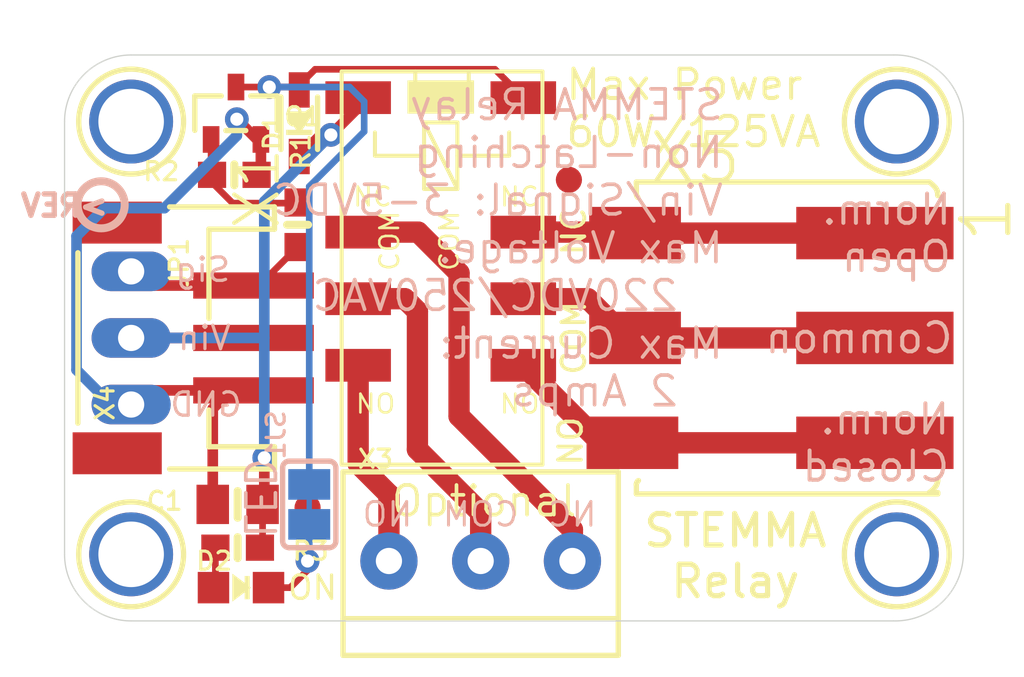
<source format=kicad_pcb>
(kicad_pcb (version 20211014) (generator pcbnew)
  (layers (0 "F.Cu" signal) (1 "In1.Cu" signal) (2 "In2.Cu" signal) (3 "In3.Cu" signal) (4 "In4.Cu" signal) (5 "In5.Cu" signal) (6 "In6.Cu" signal) (7 "In7.Cu" signal) (8 "In8.Cu" signal) (9 "In9.Cu" signal) (10 "In10.Cu" signal) (11 "In11.Cu" signal) (12 "In12.Cu" signal) (13 "In13.Cu" signal) (14 "In14.Cu" signal) (31 "B.Cu" signal) (34 "B.Paste" user) (35 "F.Paste" user) (36 "B.SilkS" user "B.Silkscreen") (37 "F.SilkS" user "F.Silkscreen") (38 "B.Mask" user) (39 "F.Mask" user) (44 "Edge.Cuts" user))
  (net 0 "")
  (net 1 "GND")
  (net 2 "N$1")
  (net 3 "N$22")
  (net 4 "COM")
  (net 5 "NO")
  (net 6 "SIGNAL")
  (net 7 "N$26")
  (net 8 "NC")
  (net 9 "N$25")
  (net 10 "VIN")
  (net 11 "N$2")
  (net 12 "N$3")
  (net 13 "N$4")
  (footprint "boardEagle:FIDUCIAL_1MM" (layer "F.Cu") (at 140.6271 111.4806)
    (fp_text reference "FID2" hide)
    (fp_text value "FIDUCIAL_1MM" hide)
    (pad "1" smd roundrect (at 0 0) (size 1 1) (layers "F.Cu" "F.Mask") (roundrect_rratio 0.5))
  )
  (footprint "boardEagle:RELAY_EE2_NOLATCH" (layer "F.Cu") (at 145.7071 102.3366 -90)
    (fp_text reference "X1" (at -4.68 7 90) (layer "F.SilkS") (effects (font (size 1.61798 1.61798) (thickness 0.16002)) (justify right)))
    (fp_text value "RELAY_NONLATCHING-EE2NUH")
    (fp_text user "COM" (at 0.168 1.536 -90) (layer "F.SilkS") (effects (font (size 0.715264 0.715264) (thickness 0.097536)) (justify left bottom)))
    (fp_text user "NO" (at 5.6 3.3) (layer "F.SilkS") (effects (font (size 0.715264 0.715264) (thickness 0.097536)) (justify left bottom)))
    (fp_text user "COM" (at 0.168 -0.75 -90) (layer "F.SilkS") (effects (font (size 0.715264 0.715264) (thickness 0.097536)) (justify left bottom)))
    (fp_text user "NC" (at -2.3 3.4) (layer "F.SilkS") (effects (font (size 0.715264 0.715264) (thickness 0.097536)) (justify left bottom)))
    (fp_text user "NO" (at 5.6 -2.2) (layer "F.SilkS") (effects (font (size 0.715264 0.715264) (thickness 0.097536)) (justify left bottom)))
    (fp_text user "NC" (at -2.3 -2.2) (layer "F.SilkS") (effects (font (size 0.715264 0.715264) (thickness 0.097536)) (justify left bottom)))
    (fp_line (start -7.5 -1.07) (end -7.5 0.97) (layer "F.SilkS") (width 0.1524))
    (fp_line (start -4.285 0.635) (end -4.285 2.51) (layer "F.SilkS") (width 0.1524))
    (fp_line (start 7.5 3.78) (end 7.5 -3.88) (layer "F.SilkS") (width 0.1524))
    (fp_line (start 7.5 -3.88) (end -7.5 -3.88) (layer "F.SilkS") (width 0.1524))
    (fp_line (start -7.5 -3.88) (end -7.5 -1.07) (layer "F.SilkS") (width 0.1524))
    (fp_line (start -4.285 -2.61) (end -4.285 -0.635) (layer "F.SilkS") (width 0.1524))
    (fp_line (start -4.285 -0.635) (end -5.555 -0.635) (layer "F.SilkS") (width 0.1524))
    (fp_line (start -7.5 3.78) (end 7.5 3.78) (layer "F.SilkS") (width 0.1524))
    (fp_line (start -6.19 0.97) (end -7.5 0.97) (layer "F.SilkS") (width 0.1524))
    (fp_line (start -5.555 0.635) (end -4.285 0.635) (layer "F.SilkS") (width 0.1524))
    (fp_line (start -4.285 0.635) (end -3.015 0.635) (layer "F.SilkS") (width 0.1524))
    (fp_line (start -5.174 -2.61) (end -4.285 -2.61) (layer "F.SilkS") (width 0.1524))
    (fp_line (start -7.5 -1.07) (end -6.19 -1.07) (layer "F.SilkS") (width 0.1524))
    (fp_line (start -3.015 0.635) (end -3.015 -0.635) (layer "F.SilkS") (width 0.1524))
    (fp_line (start -6.19 -1.07) (end -6.19 0.97) (layer "F.SilkS") (width 0.1524))
    (fp_line (start -5.555 -0.635) (end -5.555 0.635) (layer "F.SilkS") (width 0.1524))
    (fp_line (start -7.5 0.97) (end -7.5 3.78) (layer "F.SilkS") (width 0.1524))
    (fp_line (start -3.015 -0.635) (end -4.285 -0.635) (layer "F.SilkS") (width 0.1524))
    (fp_line (start -4.285 2.51) (end -5.174 2.51) (layer "F.SilkS") (width 0.1524))
    (fp_line (start -5.555 0.635) (end -3.015 -0.635) (layer "F.SilkS") (width 0.1524))
    (fp_poly (pts (xy -7.16 1.27) (xy -5.89 1.27) (xy -5.89 -1.27) (xy -7.16 -1.27)) (layer "F.SilkS") (width 0) (fill solid))
    (pad "1" smd rect (at -6.5 3.15 270) (size 1.25 2.5) (layers "F.Cu" "F.Paste" "F.Mask") (net 10 "VIN"))
    (pad "3" smd rect (at -1.37 3.15 270) (size 1.25 2.5) (layers "F.Cu" "F.Paste" "F.Mask") (net 11 "N$2"))
    (pad "4" smd rect (at 1.17 3.15 270) (size 1.25 2.5) (layers "F.Cu" "F.Paste" "F.Mask") (net 12 "N$3"))
    (pad "5" smd rect (at 3.71 3.15 270) (size 1.25 2.5) (layers "F.Cu" "F.Paste" "F.Mask") (net 13 "N$4"))
    (pad "8" smd rect (at 3.71 -3.15 270) (size 1.25 2.5) (layers "F.Cu" "F.Paste" "F.Mask") (net 5 "NO"))
    (pad "9" smd rect (at 1.17 -3.15 270) (size 1.25 2.5) (layers "F.Cu" "F.Paste" "F.Mask") (net 4 "COM"))
    (pad "10" smd rect (at -1.37 -3.15 270) (size 1.25 2.5) (layers "F.Cu" "F.Paste" "F.Mask") (net 8 "NC"))
    (pad "12" smd rect (at -6.5 -3.15 270) (size 1.25 2.5) (layers "F.Cu" "F.Paste" "F.Mask") (net 2 "N$1"))
  )
  (footprint "boardEagle:0603-NO" (layer "F.Cu") (at 140.2461 100.6856 90)
    (fp_text reference "R1" (at 2.032 0.127 90) (layer "F.SilkS") (effects (font (size 0.692831 0.692831) (thickness 0.119969)) (justify left)))
    (fp_text value "1K")
    (fp_line (start 0 -0.4) (end 0 0.4) (layer "F.SilkS") (width 0.3048))
    (pad "1" smd rect (at -0.85 0 90) (size 1.075 1) (layers "F.Cu" "F.Paste" "F.Mask") (net 6 "SIGNAL"))
    (pad "2" smd rect (at 0.85 0 90) (size 1.075 1) (layers "F.Cu" "F.Paste" "F.Mask") (net 3 "N$22"))
  )
  (footprint "boardEagle:0603-NO" (layer "F.Cu") (at 137.9601 113.0046)
    (fp_text reference "R3" (at 2.032 0.127) (layer "F.SilkS") (effects (font (size 0.692831 0.692831) (thickness 0.119969)) (justify left)))
    (fp_text value "1K")
    (fp_line (start 0 -0.4) (end 0 0.4) (layer "F.SilkS") (width 0.3048))
    (pad "1" smd rect (at -0.85 0) (size 1.075 1) (layers "F.Cu" "F.Paste" "F.Mask") (net 7 "N$26"))
    (pad "2" smd rect (at 0.85 0) (size 1.075 1) (layers "F.Cu" "F.Paste" "F.Mask") (net 10 "VIN"))
  )
  (footprint "boardEagle:TERMBLOCK_1X3-3.5MM" (layer "F.Cu") (at 147.2311 113.5126)
    (fp_text reference "X3" (at -4.75 -3.89) (layer "F.SilkS") (effects (font (size 0.692831 0.692831) (thickness 0.119969)) (justify left)))
    (fp_text value "3.5mm Terminal")
    (fp_line (start 5.25 2.2) (end 5.25 -3.4) (layer "F.SilkS") (width 0.2032))
    (fp_line (start -5.25 2.2) (end -5.25 3.6) (layer "F.SilkS") (width 0.2032))
    (fp_line (start -5.25 2.2) (end 5.25 2.2) (layer "F.SilkS") (width 0.2032))
    (fp_line (start -5.25 3.6) (end 5.25 3.6) (layer "F.SilkS") (width 0.2032))
    (fp_line (start -5.25 -3.4) (end -5.25 2.2) (layer "F.SilkS") (width 0.2032))
    (fp_line (start 5.25 3.6) (end 5.25 2.2) (layer "F.SilkS") (width 0.2032))
    (fp_line (start 5.25 -3.4) (end -5.25 -3.4) (layer "F.SilkS") (width 0.2032))
    (pad "1" thru_hole circle (at 3.5 0) (size 2.1844 2.1844) (drill 1) (layers *.Cu *.Mask) (net 11 "N$2"))
    (pad "2" thru_hole circle (at 0 0) (size 2.1844 2.1844) (drill 1) (layers *.Cu *.Mask) (net 12 "N$3"))
    (pad "3" thru_hole circle (at -3.5 0) (size 2.1844 2.1844) (drill 1) (layers *.Cu *.Mask) (net 13 "N$4"))
  )
  (footprint "boardEagle:MOUNTINGHOLE_2.5_PLATED" (layer "F.Cu") (at 163.1061 113.2586)
    (fp_text reference "U$1" hide)
    (fp_text value "MOUNTINGHOLE2.5" hide)
    (fp_circle (center 0 0) (end 2 0) (layer "F.SilkS") (width 0.2032) (fill none))
    (pad "P$1" thru_hole circle (at 0 0) (size 3.2 3.2) (drill 2.5) (layers *.Cu *.Mask))
  )
  (footprint "boardEagle:JSTPH3" (layer "F.Cu") (at 135.8646 105.0036 90)
    (fp_text reference "X4" (at -3.2225 -2.9685 90) (layer "F.SilkS") (effects (font (size 0.692831 0.692831) (thickness 0.119969)) (justify left)))
    (fp_text value "JST PH 3")
    (fp_line (start 4.15 3.5) (end 4.15 1) (layer "F.SilkS") (width 0.2032))
    (fp_line (start -2.75 1) (end -4.15 1) (layer "F.SilkS") (width 0.2032))
    (fp_line (start -4.15 3.5) (end -5 3.5) (layer "F.SilkS") (width 0.2032))
    (fp_line (start -5 3.5) (end -5 -0.5) (layer "F.SilkS") (width 0.2032))
    (fp_line (start -3.25 -4) (end 3.25 -4) (layer "F.SilkS") (width 0.2032))
    (fp_line (start -4.15 1) (end -4.15 3.5) (layer "F.SilkS") (width 0.2032))
    (fp_line (start 5 3.5) (end 4.15 3.5) (layer "F.SilkS") (width 0.2032))
    (fp_line (start 5 -0.5) (end 5 3.5) (layer "F.SilkS") (width 0.2032))
    (fp_line (start 4.15 1) (end 0.75 1) (layer "F.SilkS") (width 0.2032))
    (pad "1" smd rect (at -2 2.7 90) (size 1 4.6) (layers "F.Cu" "F.Paste" "F.Mask") (net 1 "GND"))
    (pad "2" smd rect (at 0 2.7 90) (size 1 4.6) (layers "F.Cu" "F.Paste" "F.Mask") (net 10 "VIN"))
    (pad "3" smd rect (at 2 2.7 90) (size 1 4.6) (layers "F.Cu" "F.Paste" "F.Mask") (net 6 "SIGNAL"))
    (pad "NC1" smd rect (at -4.4 -2.5 180) (size 3.4 1.6) (layers "F.Cu" "F.Paste" "F.Mask"))
    (pad "NC2" smd rect (at 4.4 -2.5 180) (size 3.4 1.6) (layers "F.Cu" "F.Paste" "F.Mask"))
  )
  (footprint "boardEagle:CHIPLED_0805_NOOUTLINE" (layer "F.Cu") (at 138.0871 114.5286 -90)
    (fp_text reference "D2" (at -1.016 1.778) (layer "F.SilkS") (effects (font (size 0.692831 0.692831) (thickness 0.119969)) (justify left)))
    (fp_text value "RED")
    (fp_poly (pts (xy -0.4445 -0.1405) (xy 0.4445 -0.1405) (xy 0.4445 -0.331) (xy -0.4445 -0.331)) (layer "F.SilkS") (width 0) (fill solid))
    (fp_poly (pts (xy 0.5334 0.3302) (xy -0.5334 0.3302) (xy 0 -0.381)) (layer "F.SilkS") (width 0) (fill solid))
    (pad "A" smd rect (at 0 1.05 270) (size 1.2 1.2) (layers "F.Cu" "F.Paste" "F.Mask") (net 7 "N$26"))
    (pad "C" smd rect (at 0 -1.05 270) (size 1.2 1.2) (layers "F.Cu" "F.Paste" "F.Mask") (net 9 "N$25"))
  )
  (footprint "boardEagle:SOT23-R" (layer "F.Cu") (at 137.8966 96.4311)
    (fp_text reference "Q1" (at 1.778 0.127) (layer "F.SilkS") (effects (font (size 0.692831 0.692831) (thickness 0.119969)) (justify left)))
    (fp_text value "MMBT2222")
    (fp_line (start 1.5724 -0.6604) (end 1.5724 0.6524) (layer "F.SilkS") (width 0.2032))
    (fp_line (start -1.5724 -0.6604) (end -0.5636 -0.6604) (layer "F.SilkS") (width 0.2032))
    (fp_line (start 0.3724 0.6604) (end -0.3864 0.6604) (layer "F.SilkS") (width 0.2032))
    (fp_line (start 0.5636 -0.6604) (end 1.5724 -0.6604) (layer "F.SilkS") (width 0.2032))
    (fp_line (start -1.5724 0.6524) (end -1.5724 -0.6604) (layer "F.SilkS") (width 0.2032))
    (pad "1" smd rect (at -0.95 1) (size 0.635 1.016) (layers "F.Cu" "F.Paste" "F.Mask") (net 3 "N$22"))
    (pad "2" smd rect (at 0.95 1) (size 0.635 1.016) (layers "F.Cu" "F.Paste" "F.Mask") (net 1 "GND"))
    (pad "3" smd rect (at 0 -1) (size 0.635 1.016) (layers "F.Cu" "F.Paste" "F.Mask") (net 2 "N$1"))
  )
  (footprint "boardEagle:MOUNTINGHOLE_2.5_PLATED" (layer "F.Cu") (at 133.8961 96.7486)
    (fp_text reference "U$9" hide)
    (fp_text value "MOUNTINGHOLE2.5" hide)
    (fp_circle (center 0 0) (end 2 0) (layer "F.SilkS") (width 0.2032) (fill none))
    (pad "P$1" thru_hole circle (at 0 0) (size 3.2 3.2) (drill 2.5) (layers *.Cu *.Mask))
  )
  (footprint "boardEagle:FIDUCIAL_1MM" (layer "F.Cu") (at 150.5966 98.9711)
    (fp_text reference "FID3" hide)
    (fp_text value "FIDUCIAL_1MM" hide)
    (pad "1" smd roundrect (at 0 0) (size 1 1) (layers "F.Cu" "F.Mask") (roundrect_rratio 0.5))
  )
  (footprint "boardEagle:P-2060-403_998-404" (layer "F.Cu") (at 157.6451 105.0036)
    (fp_text reference "X5" (at -4.075 -6.85) (layer "F.SilkS") (effects (font (size 1.82 1.82) (thickness 0.18)) (justify left)))
    (fp_text value "2060-403/998-404")
    (fp_text user "1" (at 9.925 -3.55 90) (layer "F.SilkS") (effects (font (size 1.8 1.8) (thickness 0.2)) (justify left bottom)))
    (fp_line (start -4.475 5.95) (end 7.025 5.95) (layer "F.SilkS") (width 0.2))
    (fp_line (start -4.4496 -5.4025) (end -4.457 -5.4172) (layer "F.SilkS") (width 0.2))
    (fp_line (start -4.4196 -5.3618) (end -4.4254 -5.3682) (layer "F.SilkS") (width 0.2))
    (fp_line (start 7.0132 -5.5582) (end 7.0167 -5.5391) (layer "F.SilkS") (width 0.2))
    (fp_line (start -4.4737 -5.4776) (end -4.4749 -5.4926) (layer "F.SilkS") (width 0.2))
    (fp_line (start 7.0234 5.4173) (end 7.0227 5.4274) (layer "F.SilkS") (width 0.2))
    (fp_line (start 6.9699 -5.6796) (end 6.9781 -5.6638) (layer "F.SilkS") (width 0.2))
    (fp_line (start -4.4631 -5.4321) (end -4.4679 -5.4472) (layer "F.SilkS") (width 0.2))
    (fp_line (start 6.9305 -5.7377) (end 6.9416 -5.7236) (layer "F.SilkS") (width 0.2))
    (fp_line (start -4.4749 5.5926) (end -4.4737 5.5776) (layer "F.SilkS") (width 0.2))
    (fp_line (start -4.4714 -5.4624) (end -4.4737 -5.4776) (layer "F.SilkS") (width 0.2))
    (fp_line (start 6.9564 5.6454) (end 6.9516 5.6529) (layer "F.SilkS") (width 0.2))
    (fp_line (start 6.8889 -5.7842) (end 6.9245 -5.7447) (layer "F.SilkS") (width 0.2))
    (fp_line (start -4.475 5.6) (end -4.4749 5.5926) (layer "F.SilkS") (width 0.2))
    (fp_line (start 7.0042 -5.5952) (end 7.009 -5.5769) (layer "F.SilkS") (width 0.2))
    (fp_line (start -4.475 -5.95) (end -4.475 -5.5) (layer "F.SilkS") (width 0.2))
    (fp_line (start 7.0217 -5.5002) (end 7.0226 -5.4903) (layer "F.SilkS") (width 0.2))
    (fp_line (start 7.0244 -5.4604) (end 7.0249 -5.4403) (layer "F.SilkS") (width 0.2))
    (fp_line (start 6.9564 -5.7022) (end 6.961 -5.6948) (layer "F.SilkS") (width 0.2))
    (fp_line (start 6.7393 5.8703) (end 6.7004 5.9) (layer "F.SilkS") (width 0.2))
    (fp_line (start 6.9781 -5.6638) (end 6.9856 -5.6474) (layer "F.SilkS") (width 0.2))
    (fp_line (start 7.0196 5.4577) (end 7.0168 5.4775) (layer "F.SilkS") (width 0.2))
    (fp_line (start -4.407 5.4497) (end -4.3931 5.4386) (layer "F.SilkS") (width 0.2))
    (fp_line (start -4.4679 -5.4472) (end -4.4698 -5.4548) (layer "F.SilkS") (width 0.2))
    (fp_line (start 7.0017 5.5444) (end 6.9988 5.5535) (layer "F.SilkS") (width 0.2))
    (fp_line (start 6.9782 5.6057) (end 6.97 5.6221) (layer "F.SilkS") (width 0.2))
    (fp_line (start -4.4714 5.5624) (end -4.4698 5.5548) (layer "F.SilkS") (width 0.2))
    (fp_line (start 7.0226 -5.4903) (end 7.0234 -5.4803) (layer "F.SilkS") (width 0.2))
    (fp_line (start 6.9305 5.6819) (end 6.9245 5.6891) (layer "F.SilkS") (width 0.2))
    (fp_line (start -4.4254 5.4682) (end -4.4196 5.4618) (layer "F.SilkS") (width 0.2))
    (fp_line (start -4.457 5.5172) (end -4.4496 5.5025) (layer "F.SilkS") (width 0.2))
    (fp_line (start -4.4679 5.5472) (end -4.4631 5.5321) (layer "F.SilkS") (width 0.2))
    (fp_line (start 6.9925 -5.6305) (end 6.9987 -5.6131) (layer "F.SilkS") (width 0.2))
    (fp_line (start 7.0249 5.3764) (end 7.0244 5.3969) (layer "F.SilkS") (width 0.2))
    (fp_line (start -4.4309 5.4748) (end -4.4254 5.4682) (layer "F.SilkS") (width 0.2))
    (fp_line (start 6.9416 -5.7236) (end 6.9516 -5.7094) (layer "F.SilkS") (width 0.2))
    (fp_line (start -4.4737 5.5776) (end -4.4714 5.5624) (layer "F.SilkS") (width 0.2))
    (fp_line (start 6.9245 5.6891) (end 6.8889 5.7296) (layer "F.SilkS") (width 0.2))
    (fp_line (start 6.9611 5.6378) (end 6.9564 5.6454) (layer "F.SilkS") (width 0.2))
    (fp_line (start 7.025 5.3661) (end 7.0249 5.3764) (layer "F.SilkS") (width 0.2))
    (fp_line (start 6.9415 5.6674) (end 6.9305 5.6819) (layer "F.SilkS") (width 0.2))
    (fp_line (start 6.7004 -5.95) (end 6.7393 -5.9212) (layer "F.SilkS") (width 0.2))
    (fp_line (start 6.9988 5.5535) (end 6.9926 5.5714) (layer "F.SilkS") (width 0.2))
    (fp_line (start 6.9926 5.5714) (end 6.9858 5.5889) (layer "F.SilkS") (width 0.2))
    (fp_line (start -4.4409 -5.3884) (end -4.4496 -5.4025) (layer "F.SilkS") (width 0.2))
    (fp_line (start -4.4496 5.5025) (end -4.4409 5.4884) (layer "F.SilkS") (width 0.2))
    (fp_line (start 6.97 5.6221) (end 6.9611 5.6378) (layer "F.SilkS") (width 0.2))
    (fp_line (start -4.4254 -5.3682) (end -4.4309 -5.3748) (layer "F.SilkS") (width 0.2))
    (fp_line (start -4.457 -5.4172) (end -4.4631 -5.4321) (layer "F.SilkS") (width 0.2))
    (fp_line (start 6.9858 5.5889) (end 6.9782 5.6057) (layer "F.SilkS") (width 0.2))
    (fp_line (start -4.4309 -5.3748) (end -4.4409 -5.3884) (layer "F.SilkS") (width 0.2))
    (fp_line (start 7.009 -5.5769) (end 7.0132 -5.5582) (layer "F.SilkS") (width 0.2))
    (fp_line (start 6.961 -5.6948) (end 6.9699 -5.6796) (layer "F.SilkS") (width 0.2))
    (fp_line (start -4.4409 5.4884) (end -4.4309 5.4748) (layer "F.SilkS") (width 0.2))
    (fp_line (start 7.0133 5.4971) (end 7.0092 5.5163) (layer "F.SilkS") (width 0.2))
    (fp_line (start -4.4749 -5.4926) (end -4.475 -5.5) (layer "F.SilkS") (width 0.2))
    (fp_line (start 7.0167 -5.5391) (end 7.0195 -5.5198) (layer "F.SilkS") (width 0.2))
    (fp_line (start 6.8155 5.8043) (end 6.7393 5.8703) (layer "F.SilkS") (width 0.2))
    (fp_line (start 6.8889 5.7296) (end 6.8155 5.8043) (layer "F.SilkS") (width 0.2))
    (fp_line (start 6.8154 -5.8571) (end 6.8889 -5.7842) (layer "F.SilkS") (width 0.2))
    (fp_line (start 7.0234 -5.4803) (end 7.0244 -5.4604) (layer "F.SilkS") (width 0.2))
    (fp_line (start 7.0015 -5.6042) (end 7.0042 -5.5952) (layer "F.SilkS") (width 0.2))
    (fp_line (start 7.0227 5.4274) (end 7.0218 5.4376) (layer "F.SilkS") (width 0.2))
    (fp_line (start 6.9516 -5.7094) (end 6.9564 -5.7022) (layer "F.SilkS") (width 0.2))
    (fp_line (start 7.0195 -5.5198) (end 7.0217 -5.5002) (layer "F.SilkS") (width 0.2))
    (fp_line (start -4.4698 -5.4548) (end -4.4714 -5.4624) (layer "F.SilkS") (width 0.2))
    (fp_line (start -4.4196 5.4618) (end -4.407 5.4497) (layer "F.SilkS") (width 0.2))
    (fp_line (start -4.475 5.6) (end -4.475 5.95) (layer "F.SilkS") (width 0.2))
    (fp_line (start 7.025 5.9) (end 7.025 5.95) (layer "F.SilkS") (width 0.2))
    (fp_line (start 6.7004 -5.95) (end -4.475 -5.95) (layer "F.SilkS") (width 0.2))
    (fp_line (start 7.0168 5.4775) (end 7.0133 5.4971) (layer "F.SilkS") (width 0.2))
    (fp_line (start 6.9516 5.6529) (end 6.9415 5.6674) (layer "F.SilkS") (width 0.2))
    (fp_line (start -4.4631 5.5321) (end -4.457 5.5172) (layer "F.SilkS") (width 0.2))
    (fp_line (start 6.9245 -5.7447) (end 6.9305 -5.7377) (layer "F.SilkS") (width 0.2))
    (fp_line (start -4.4698 5.5548) (end -4.4679 5.5472) (layer "F.SilkS") (width 0.2))
    (fp_line (start 7.0092 5.5163) (end 7.0043 5.5351) (layer "F.SilkS") (width 0.2))
    (fp_line (start 6.9245 5.9) (end 6.9245 5.95) (layer "F.SilkS") (width 0.2))
    (fp_line (start 7.025 5.9) (end 6.7004 5.9) (layer "F.SilkS") (width 0.2))
    (fp_line (start 6.7393 -5.9212) (end 6.8154 -5.8571) (layer "F.SilkS") (width 0.2))
    (fp_line (start 7.0244 5.3969) (end 7.0234 5.4173) (layer "F.SilkS") (width 0.2))
    (fp_line (start 7.0249 -5.4403) (end 7.025 -5.4302) (layer "F.SilkS") (width 0.2))
    (fp_line (start 7.0043 5.5351) (end 7.0017 5.5444) (layer "F.SilkS") (width 0.2))
    (fp_line (start 7.0218 5.4376) (end 7.0196 5.4577) (layer "F.SilkS") (width 0.2))
    (fp_line (start 6.9856 -5.6474) (end 6.9925 -5.6305) (layer "F.SilkS") (width 0.2))
    (fp_line (start 6.9987 -5.6131) (end 7.0015 -5.6042) (layer "F.SilkS") (width 0.2))
    (pad "L1.1" smd rect (at 4.625 -4) (size 6 2) (layers "F.Cu" "F.Paste" "F.Mask") (net 8 "NC"))
    (pad "L1.2" smd rect (at -4.525 -4) (size 3.5 2) (layers "F.Cu" "F.Paste" "F.Mask") (net 8 "NC"))
    (pad "L2.1" smd rect (at 4.625 0) (size 6 2) (layers "F.Cu" "F.Paste" "F.Mask") (net 4 "COM"))
    (pad "L2.2" smd rect (at -4.525 0) (size 3.5 2) (layers "F.Cu" "F.Paste" "F.Mask") (net 4 "COM"))
    (pad "L3.1" smd rect (at 4.625 4) (size 6 2) (layers "F.Cu" "F.Paste" "F.Mask") (net 5 "NO"))
    (pad "L3.2" smd rect (at -4.625 4) (size 3.5 2) (layers "F.Cu" "F.Paste" "F.Mask") (net 5 "NO"))
  )
  (footprint "boardEagle:MOUNTINGHOLE_2.5_PLATED" (layer "F.Cu") (at 163.1061 96.7486)
    (fp_text reference "U$8" hide)
    (fp_text value "MOUNTINGHOLE2.5" hide)
    (fp_circle (center 0 0) (end 2 0) (layer "F.SilkS") (width 0.2032) (fill none))
    (pad "P$1" thru_hole circle (at 0 0) (size 3.2 3.2) (drill 2.5) (layers *.Cu *.Mask))
  )
  (footprint "boardEagle:SOD-323" (layer "F.Cu") (at 140.3096 96.8121 90)
    (fp_text reference "D1" (at -1.1 -1 90) (layer "F.SilkS") (effects (font (size 0.692831 0.692831) (thickness 0.119969)) (justify left)))
    (fp_text value "1N4148")
    (fp_line (start 0.35 -0.4) (end 0.35 0.4) (layer "F.SilkS") (width 0.2032))
    (fp_line (start 0.35 0.4) (end -0.25 0) (layer "F.SilkS") (width 0.2032))
    (fp_line (start 1 0.7) (end -1 0.7) (layer "F.SilkS") (width 0.2032))
    (fp_line (start -1 -0.7) (end 1 -0.7) (layer "F.SilkS") (width 0.2032))
    (fp_line (start -0.25 0) (end 0.35 -0.4) (layer "F.SilkS") (width 0.2032))
    (fp_poly (pts (xy -0.45 0.5) (xy -0.25 0.5) (xy -0.25 -0.5) (xy -0.45 -0.5)) (layer "F.SilkS") (width 0) (fill solid))
    (fp_poly (pts (xy 0.3016 0.389841) (xy -0.283162 0) (xy 0.3016 -0.389841)) (layer "F.SilkS") (width 0) (fill solid))
    (pad "A" smd rect (at 1.27 0 90) (size 1.35 0.8) (layers "F.Cu" "F.Paste" "F.Mask") (net 2 "N$1"))
    (pad "C" smd rect (at -1.27 0 90) (size 1.35 0.8) (layers "F.Cu" "F.Paste" "F.Mask") (net 10 "VIN"))
  )
  (footprint "boardEagle:MOUNTINGHOLE_2.5_PLATED" (layer "F.Cu") (at 133.8961 113.2586)
    (fp_text reference "U$10" hide)
    (fp_text value "MOUNTINGHOLE2.5" hide)
    (fp_circle (center 0 0) (end 2 0) (layer "F.SilkS") (width 0.2032) (fill none))
    (pad "P$1" thru_hole circle (at 0 0) (size 3.2 3.2) (drill 2.5) (layers *.Cu *.Mask))
  )
  (footprint "boardEagle:1X03_OVAL" (layer "F.Cu") (at 133.8961 105.0036 -90)
    (fp_text reference "JP1" (at -3.8862 -1.8288 90) (layer "F.SilkS") (effects (font (size 0.692831 0.692831) (thickness 0.119969)) (justify right)))
    (fp_text value "0.1\" Header")
    (pad "1" thru_hole oval (at -2.54 0) (size 3.016 1.508) (drill 1) (layers *.Cu *.Mask) (net 6 "SIGNAL"))
    (pad "2" thru_hole oval (at 0 0) (size 3.016 1.508) (drill 1) (layers *.Cu *.Mask) (net 10 "VIN"))
    (pad "3" thru_hole oval (at 2.54 0) (size 3.016 1.508) (drill 1) (layers *.Cu *.Mask) (net 1 "GND"))
  )
  (footprint "boardEagle:0805-NO" (layer "F.Cu") (at 137.9601 111.3536 180)
    (fp_text reference "C1" (at 2.032 0.127) (layer "F.SilkS") (effects (font (size 0.692831 0.692831) (thickness 0.119969)) (justify right)))
    (fp_text value "10uF")
    (fp_line (start 0 -0.508) (end 0 0.508) (layer "F.SilkS") (width 0.3048))
    (pad "1" smd rect (at -0.95 0 180) (size 1.24 1.5) (layers "F.Cu" "F.Paste" "F.Mask") (net 10 "VIN"))
    (pad "2" smd rect (at 0.95 0 180) (size 1.24 1.5) (layers "F.Cu" "F.Paste" "F.Mask") (net 1 "GND"))
  )
  (footprint "boardEagle:0603-NO" (layer "F.Cu") (at 137.8331 98.7806 180)
    (fp_text reference "R2" (at 2.032 0.127) (layer "F.SilkS") (effects (font (size 0.692831 0.692831) (thickness 0.119969)) (justify right)))
    (fp_text value "10K")
    (fp_line (start 0 -0.4) (end 0 0.4) (layer "F.SilkS") (width 0.3048))
    (pad "1" smd rect (at -0.85 0 180) (size 1.075 1) (layers "F.Cu" "F.Paste" "F.Mask") (net 1 "GND"))
    (pad "2" smd rect (at 0.85 0 180) (size 1.075 1) (layers "F.Cu" "F.Paste" "F.Mask") (net 3 "N$22"))
  )
  (footprint "boardEagle:PCBFEAT-REV-040" (layer "B.Cu") (at 132.7531 99.9236 180)
    (fp_text reference "U$5" hide)
    (fp_text value "" hide)
    (fp_text user ">REV" (at -0.3556 -0.508) (layer "B.SilkS") (effects (font (size 0.8128 0.8128) (thickness 0.2032)) (justify left bottom mirror)))
    (fp_circle (center 0 0) (end 0.898 0) (layer "B.SilkS") (width 0.3048) (fill none))
  )
  (footprint "boardEagle:SOLDERJUMPER_CLOSEDWIRE" (layer "B.Cu") (at 140.6906 111.3536 -90)
    (fp_text reference "SJ1" (at -1.651 1.27 -270) (layer "B.SilkS") (effects (font (size 0.692831 0.692831) (thickness 0.119969)) (justify right mirror)))
    (fp_text value "")
    (fp_line (start 1.651 -0.762) (end 1.651 0.762) (layer "B.SilkS") (width 0.2032))
    (fp_line (start 1.397 -1.016) (end -1.397 -1.016) (layer "B.SilkS") (width 0.2032))
    (fp_line (start -1.651 -0.762) (end -1.651 0.762) (layer "B.SilkS") (width 0.2032))
    (fp_line (start -1.397 1.016) (end 1.397 1.016) (layer "B.SilkS") (width 0.2032))
    (fp_arc (start 1.651 0.762) (mid 1.576605 0.941605) (end 1.397 1.016) (layer "B.SilkS") (width 0.2032))
    (fp_arc (start -1.397 1.016) (mid -1.576605 0.941605) (end -1.651 0.762) (layer "B.SilkS") (width 0.2032))
    (fp_arc (start 1.397 -1.016) (mid 1.576605 -0.941605) (end 1.651 -0.762) (layer "B.SilkS") (width 0.2032))
    (fp_arc (start -1.651 -0.762) (mid -1.576605 -0.941605) (end -1.397 -1.016) (layer "B.SilkS") (width 0.2032))
    (pad "1" smd rect (at -0.762 0 270) (size 1.1684 1.6002) (layers "B.Cu") (net 2 "N$1"))
    (pad "2" smd rect (at 0.762 0 270) (size 1.1684 1.6002) (layers "B.Cu") (net 9 "N$25"))
    (pad "WIRE" smd rect (at 0 0 90) (size 0.635 0.2032) (layers "B.Cu"))
  )
  (gr_line (start 165.6461 113.2586) (end 165.6461 96.7486) (layer "Edge.Cuts") (width 0.05))
  (gr_line (start 162.9791 94.2086) (end 133.8961 94.2086) (layer "Edge.Cuts") (width 0.05))
  (gr_arc (start 131.3561 96.7486) (mid 132.100049 94.952549) (end 133.8961 94.2086) (layer "Edge.Cuts") (width 0.05))
  (gr_line (start 131.3561 96.7486) (end 131.3561 113.2586) (layer "Edge.Cuts") (width 0.05))
  (gr_arc (start 133.8961 115.7986) (mid 132.100049 115.054651) (end 131.3561 113.2586) (layer "Edge.Cuts") (width 0.05))
  (gr_line (start 133.8961 115.7986) (end 162.9791 115.7986) (layer "Edge.Cuts") (width 0.05))
  (gr_arc (start 165.6461 113.2586) (mid 164.838651 115.080954) (end 162.9791 115.7986) (layer "Edge.Cuts") (width 0.05))
  (gr_arc (start 162.9791 94.2086) (mid 164.838651 94.926246) (end 165.6461 96.7486) (layer "Edge.Cuts") (width 0.05))
  (gr_text "Common" (at 165.3286 105.0036) (layer "B.SilkS") (effects (font (size 1.1176 1.1176) (thickness 0.1524)) (justify left mirror)))
  (gr_text "STEMMA Relay\nNon-Latching\nVin/Signal: 3-5VDC\nMax Voltage:\n  220VDC/250VAC\nMax Current:\n  2 Amps" (at 156.5656 101.5746) (layer "B.SilkS") (effects (font (size 1.1303 1.1303) (thickness 0.1397)) (justify left mirror)))
  (gr_text "Norm.\nClosed" (at 165.2016 109.0041) (layer "B.SilkS") (effects (font (size 1.1176 1.1176) (thickness 0.1524)) (justify left mirror)))
  (gr_text "Vin" (at 136.6901 105.0036) (layer "B.SilkS") (effects (font (size 0.89408 0.89408) (thickness 0.12192)) (justify mirror)))
  (gr_text "COM" (at 147.2311 111.7346) (layer "B.SilkS") (effects (font (size 0.90424 0.90424) (thickness 0.11176)) (justify mirror)))
  (gr_text "Sig" (at 136.6266 102.4001) (layer "B.SilkS") (effects (font (size 0.89408 0.89408) (thickness 0.12192)) (justify mirror)))
  (gr_text "Norm.\nOpen" (at 165.2651 101.0031) (layer "B.SilkS") (effects (font (size 1.1176 1.1176) (thickness 0.1524)) (justify left mirror)))
  (gr_text "NC" (at 150.7236 111.7346) (layer "B.SilkS") (effects (font (size 0.90424 0.90424) (thickness 0.11176)) (justify mirror)))
  (gr_text "NO" (at 143.6751 111.7346) (layer "B.SilkS") (effects (font (size 0.90424 0.90424) (thickness 0.11176)) (justify mirror)))
  (gr_text "GND" (at 136.7536 107.5436) (layer "B.SilkS") (effects (font (size 0.89408 0.89408) (thickness 0.12192)) (justify mirror)))
  (gr_text "LED" (at 138.7856 111.0996 -90) (layer "B.SilkS") (effects (font (size 1.1303 1.1303) (thickness 0.1397)) (justify mirror)))
  (gr_text "NO" (at 150.6601 108.9406 90) (layer "F.SilkS") (effects (font (size 0.87376 0.87376) (thickness 0.14224))))
  (gr_text "COM" (at 150.7871 105.0036 90) (layer "F.SilkS") (effects (font (size 0.87376 0.87376) (thickness 0.14224))))
  (gr_text "ON" (at 140.8176 114.5286) (layer "F.SilkS") (effects (font (size 0.89408 0.89408) (thickness 0.12192))))
  (gr_text "STEMMA\nRelay" (at 156.9466 113.3221) (layer "F.SilkS") (effects (font (size 1.20142 1.20142) (thickness 0.19558))))
  (gr_text "Optional" (at 147.3581 111.2266) (layer "F.SilkS") (effects (font (size 1.1303 1.1303) (thickness 0.1397))))
  (gr_text "NC" (at 150.7871 100.9396 90) (layer "F.SilkS") (effects (font (size 0.87376 0.87376) (thickness 0.14224))))
  (gr_text "Max Power\n60W/125VA" (at 150.4061 96.2406) (layer "F.SilkS") (effects (font (size 1.1176 1.1176) (thickness 0.1524)) (justify left)))
  (segment (start 138.8466 98.6171) (end 138.6831 98.7806) (width 0.4064) (layer "F.Cu") (net 1))
  (segment (start 137.7061 107.0036) (end 134.4361 107.0036) (width 0.4064) (layer "F.Cu") (net 1))
  (segment (start 137.0101 107.6996) (end 137.7061 107.0036) (width 0.4064) (layer "F.Cu") (net 1))
  (segment (start 134.4361 107.0036) (end 133.8961 107.5436) (width 0.4064) (layer "F.Cu") (net 1))
  (segment (start 138.8466 97.4311) (end 138.700387 97.4311) (width 0.4064) (layer "F.Cu") (net 1))
  (segment (start 138.700387 97.4311) (end 137.928287 96.659) (width 0.4064) (layer "F.Cu") (net 1))
  (segment (start 138.8466 97.4311) (end 138.8466 98.6171) (width 0.4064) (layer "F.Cu") (net 1))
  (segment (start 138.5646 107.0036) (end 137.7061 107.0036) (width 0.4064) (layer "F.Cu") (net 1))
  (segment (start 137.0101 111.3536) (end 137.0101 107.6996) (width 0.4064) (layer "F.Cu") (net 1))
  (via (at 137.928287 96.659) (size 0.9064) (drill 0.5) (layers "F.Cu" "B.Cu") (net 1))
  (segment (start 137.928287 97.288413) (end 135.1661 100.0506) (width 0.4064) (layer "B.Cu") (net 1))
  (segment (start 137.928287 96.659) (end 137.928287 97.288413) (width 0.4064) (layer "B.Cu") (net 1))
  (segment (start 131.8133 106.2228) (end 133.1341 107.5436) (width 0.4064) (layer "B.Cu") (net 1))
  (segment (start 132.8801 100.0506) (end 131.8133 101.1174) (width 0.4064) (layer "B.Cu") (net 1))
  (segment (start 131.8133 101.1174) (end 131.8133 106.2228) (width 0.4064) (layer "B.Cu") (net 1))
  (segment (start 135.1661 100.0506) (end 132.8801 100.0506) (width 0.4064) (layer "B.Cu") (net 1))
  (segment (start 133.1341 107.5436) (end 133.8961 107.5436) (width 0.4064) (layer "B.Cu") (net 1))
  (segment (start 140.1986 95.4311) (end 140.239625 95.4311) (width 0.254) (layer "F.Cu") (net 2))
  (segment (start 139.1666 95.4311) (end 140.1986 95.4311) (width 0.254) (layer "F.Cu") (net 2))
  (segment (start 148.8571 95.8366) (end 147.7749 94.7544) (width 0.254) (layer "F.Cu") (net 2))
  (segment (start 147.7749 94.7544) (end 140.916325 94.7544) (width 0.254) (layer "F.Cu") (net 2))
  (segment (start 140.1986 95.4311) (end 140.3096 95.5421) (width 0.254) (layer "F.Cu") (net 2))
  (segment (start 139.1666 95.4311) (end 137.8966 95.4311) (width 0.254) (layer "F.Cu") (net 2))
  (segment (start 140.916325 94.7544) (end 140.239625 95.4311) (width 0.254) (layer "F.Cu") (net 2))
  (via (at 139.1666 95.4311) (size 0.9064) (drill 0.5) (layers "F.Cu" "B.Cu") (net 2))
  (segment (start 139.1666 95.4311) (end 142.2306 95.4311) (width 0.254) (layer "B.Cu") (net 2))
  (segment (start 140.6906 99.2251) (end 140.6906 110.5916) (width 0.254) (layer "B.Cu") (net 2))
  (segment (start 142.2306 95.4311) (end 142.7861 95.9866) (width 0.254) (layer "B.Cu") (net 2))
  (segment (start 142.7861 95.9866) (end 142.7861 97.1296) (width 0.254) (layer "B.Cu") (net 2))
  (segment (start 142.7861 97.1296) (end 140.6906 99.2251) (width 0.254) (layer "B.Cu") (net 2))
  (segment (start 136.9466 98.7441) (end 136.9466 97.4311) (width 0.254) (layer "F.Cu") (net 3))
  (segment (start 136.9831 98.7806) (end 136.9466 98.7441) (width 0.254) (layer "F.Cu") (net 3))
  (segment (start 137.7696 99.8601) (end 136.9831 99.0736) (width 0.254) (layer "F.Cu") (net 3))
  (segment (start 140.2216 99.8601) (end 137.7696 99.8601) (width 0.254) (layer "F.Cu") (net 3))
  (segment (start 136.9831 99.0736) (end 136.9831 98.7806) (width 0.254) (layer "F.Cu") (net 3))
  (segment (start 140.2461 99.8356) (end 140.2216 99.8601) (width 0.254) (layer "F.Cu") (net 3))
  (segment (start 152.8191 105.0036) (end 151.3221 103.5066) (width 0.8128) (layer "F.Cu") (net 4))
  (segment (start 153.1201 105.0036) (end 152.8191 105.0036) (width 0.8128) (layer "F.Cu") (net 4))
  (segment (start 148.8571 103.5066) (end 151.3221 103.5066) (width 0.8128) (layer "F.Cu") (net 4))
  (segment (start 153.1201 105.0036) (end 162.2701 105.0036) (width 0.8128) (layer "F.Cu") (net 4))
  (segment (start 151.8141 109.0036) (end 153.0201 109.0036) (width 0.8128) (layer "F.Cu") (net 5))
  (segment (start 153.0201 109.0036) (end 162.2701 109.0036) (width 0.8128) (layer "F.Cu") (net 5))
  (segment (start 148.8571 106.0466) (end 151.8141 109.0036) (width 0.8128) (layer "F.Cu") (net 5))
  (segment (start 134.4361 103.0036) (end 133.8961 102.4636) (width 0.4064) (layer "F.Cu") (net 6))
  (segment (start 140.2461 101.5356) (end 138.7781 103.0036) (width 0.254) (layer "F.Cu") (net 6))
  (segment (start 138.5646 103.0036) (end 138.7781 103.0036) (width 0.254) (layer "F.Cu") (net 6))
  (segment (start 138.5646 103.0036) (end 134.4361 103.0036) (width 0.4064) (layer "F.Cu") (net 6))
  (segment (start 137.1101 114.4556) (end 137.0371 114.5286) (width 0.254) (layer "F.Cu") (net 7))
  (segment (start 137.1101 113.0046) (end 137.1101 114.4556) (width 0.254) (layer "F.Cu") (net 7))
  (segment (start 148.8571 100.9666) (end 153.0831 100.9666) (width 0.8128) (layer "F.Cu") (net 8))
  (segment (start 162.2701 101.0036) (end 153.1201 101.0036) (width 0.8128) (layer "F.Cu") (net 8))
  (segment (start 153.0831 100.9666) (end 153.1201 101.0036) (width 0.8128) (layer "F.Cu") (net 8))
  (segment (start 139.1371 114.5286) (end 139.9626 114.5286) (width 0.254) (layer "F.Cu") (net 9))
  (segment (start 140.6271 113.5126) (end 140.6271 113.8641) (width 0.254) (layer "F.Cu") (net 9))
  (segment (start 140.6271 113.8641) (end 139.9626 114.5286) (width 0.254) (layer "F.Cu") (net 9))
  (via (at 140.6271 113.5126) (size 0.9064) (drill 0.5) (layers "F.Cu" "B.Cu") (net 9))
  (segment (start 140.6906 113.4491) (end 140.6271 113.5126) (width 0.254) (layer "B.Cu") (net 9))
  (segment (start 140.6906 112.1156) (end 140.6906 113.4491) (width 0.254) (layer "B.Cu") (net 9))
  (segment (start 140.3096 98.0821) (end 141.1351 97.2566) (width 0.4064) (layer "F.Cu") (net 10))
  (segment (start 142.5571 95.8366) (end 142.5571 96.2156) (width 0.4064) (layer "F.Cu") (net 10))
  (segment (start 141.1351 97.2566) (end 141.5161 97.2566) (width 0.4064) (layer "F.Cu") (net 10))
  (segment (start 142.5571 96.2156) (end 141.5161 97.2566) (width 0.4064) (layer "F.Cu") (net 10))
  (segment (start 138.9761 109.5756) (end 138.9761 111.5416) (width 0.4064) (layer "F.Cu") (net 10))
  (segment (start 138.9761 111.5416) (end 138.9101 111.6076) (width 0.4064) (layer "F.Cu") (net 10))
  (segment (start 138.9101 111.3536) (end 138.9101 111.6076) (width 0.254) (layer "F.Cu") (net 10))
  (segment (start 138.9101 112.9046) (end 138.8101 113.0046) (width 0.254) (layer "F.Cu") (net 10))
  (segment (start 138.5646 105.0036) (end 133.8961 105.0036) (width 0.4064) (layer "F.Cu") (net 10))
  (segment (start 138.9101 111.6076) (end 138.9101 112.9046) (width 0.254) (layer "F.Cu") (net 10))
  (via (at 138.9761 109.5756) (size 0.9064) (drill 0.5) (layers "F.Cu" "B.Cu") (net 10))
  (via (at 141.5161 97.2566) (size 0.9064) (drill 0.5) (layers "F.Cu" "B.Cu") (net 10))
  (segment (start 138.9761 105.0036) (end 138.9761 109.5756) (width 0.4064) (layer "B.Cu") (net 10))
  (segment (start 141.5161 97.2566) (end 138.9761 99.7966) (width 0.4064) (layer "B.Cu") (net 10))
  (segment (start 133.8961 105.0036) (end 138.9761 105.0036) (width 0.4064) (layer "B.Cu") (net 10))
  (segment (start 138.9761 99.7966) (end 138.9761 105.0036) (width 0.4064) (layer "B.Cu") (net 10))
  (segment (start 146.4056 102.5271) (end 146.4056 107.9881) (width 0.8128) (layer "F.Cu") (net 11))
  (segment (start 144.8451 100.9666) (end 146.4056 102.5271) (width 0.8128) (layer "F.Cu") (net 11))
  (segment (start 150.7311 112.3136) (end 150.7311 113.5126) (width 0.8128) (layer "F.Cu") (net 11))
  (segment (start 142.5571 100.9666) (end 144.8451 100.9666) (width 0.8128) (layer "F.Cu") (net 11))
  (segment (start 146.4056 107.9881) (end 150.7311 112.3136) (width 0.8128) (layer "F.Cu") (net 11))
  (segment (start 144.3371 103.5066) (end 144.8181 103.9876) (width 0.8128) (layer "F.Cu") (net 12))
  (segment (start 147.2311 111.6711) (end 147.2311 113.5126) (width 0.8128) (layer "F.Cu") (net 12))
  (segment (start 144.8181 109.2581) (end 147.2311 111.6711) (width 0.8128) (layer "F.Cu") (net 12))
  (segment (start 144.8181 103.9876) (end 144.8181 109.2581) (width 0.8128) (layer "F.Cu") (net 12))
  (segment (start 142.5571 103.5066) (end 144.3371 103.5066) (width 0.8128) (layer "F.Cu") (net 12))
  (segment (start 143.7311 110.9726) (end 142.5571 109.7986) (width 0.8128) (layer "F.Cu") (net 13))
  (segment (start 142.5571 106.0466) (end 142.5571 109.7986) (width 0.8128) (layer "F.Cu") (net 13))
  (segment (start 143.7311 110.9726) (end 143.7311 113.5126) (width 0.8128) (layer "F.Cu") (net 13))
)
</source>
